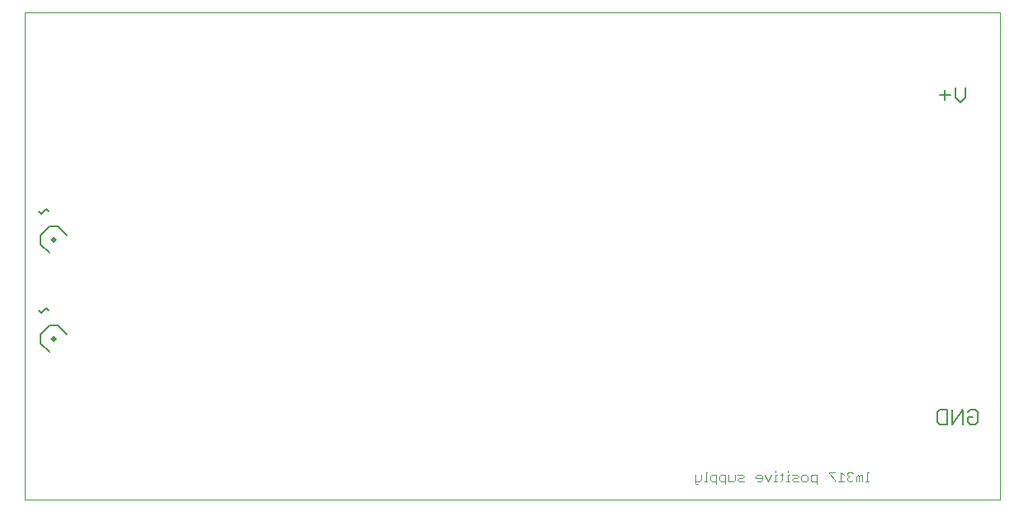
<source format=gbo>
G75*
%MOIN*%
%OFA0B0*%
%FSLAX25Y25*%
%IPPOS*%
%LPD*%
%AMOC8*
5,1,8,0,0,1.08239X$1,22.5*
%
%ADD10C,0.00300*%
%ADD11C,0.00500*%
%ADD12C,0.00000*%
%ADD13C,0.00800*%
%ADD14R,0.02000X0.02000*%
D10*
X0275720Y0015035D02*
X0276337Y0014418D01*
X0276955Y0014418D01*
X0277572Y0015652D02*
X0275720Y0015652D01*
X0275720Y0015035D02*
X0275720Y0018121D01*
X0278189Y0018121D02*
X0278189Y0016269D01*
X0277572Y0015652D01*
X0279410Y0015652D02*
X0280644Y0015652D01*
X0280027Y0015652D02*
X0280027Y0019355D01*
X0280644Y0019355D01*
X0282476Y0018121D02*
X0281859Y0017504D01*
X0281859Y0016269D01*
X0282476Y0015652D01*
X0284328Y0015652D01*
X0284328Y0014418D02*
X0284328Y0018121D01*
X0282476Y0018121D01*
X0285542Y0017504D02*
X0285542Y0016269D01*
X0286159Y0015652D01*
X0288011Y0015652D01*
X0289225Y0015652D02*
X0289225Y0018121D01*
X0288011Y0018121D02*
X0286159Y0018121D01*
X0285542Y0017504D01*
X0288011Y0018121D02*
X0288011Y0014418D01*
X0289225Y0015652D02*
X0291077Y0015652D01*
X0291694Y0016269D01*
X0291694Y0018121D01*
X0292908Y0018121D02*
X0294760Y0018121D01*
X0295377Y0017504D01*
X0294760Y0016886D01*
X0293525Y0016886D01*
X0292908Y0016269D01*
X0293525Y0015652D01*
X0295377Y0015652D01*
X0300275Y0016886D02*
X0300275Y0017504D01*
X0300892Y0018121D01*
X0302126Y0018121D01*
X0302743Y0017504D01*
X0302743Y0016269D01*
X0302126Y0015652D01*
X0300892Y0015652D01*
X0300275Y0016886D02*
X0302743Y0016886D01*
X0303958Y0018121D02*
X0305192Y0015652D01*
X0306426Y0018121D01*
X0308265Y0018121D02*
X0308265Y0015652D01*
X0308882Y0015652D02*
X0307647Y0015652D01*
X0310103Y0015652D02*
X0310720Y0016269D01*
X0310720Y0018738D01*
X0311337Y0018121D02*
X0310103Y0018121D01*
X0308882Y0018121D02*
X0308265Y0018121D01*
X0308265Y0019355D02*
X0308265Y0019972D01*
X0313176Y0019972D02*
X0313176Y0019355D01*
X0313176Y0018121D02*
X0313176Y0015652D01*
X0313793Y0015652D02*
X0312558Y0015652D01*
X0315007Y0016269D02*
X0315624Y0016886D01*
X0316859Y0016886D01*
X0317476Y0017504D01*
X0316859Y0018121D01*
X0315007Y0018121D01*
X0313793Y0018121D02*
X0313176Y0018121D01*
X0315007Y0016269D02*
X0315624Y0015652D01*
X0317476Y0015652D01*
X0318690Y0016269D02*
X0318690Y0017504D01*
X0319307Y0018121D01*
X0320542Y0018121D01*
X0321159Y0017504D01*
X0321159Y0016269D01*
X0320542Y0015652D01*
X0319307Y0015652D01*
X0318690Y0016269D01*
X0322373Y0016269D02*
X0322373Y0017504D01*
X0322991Y0018121D01*
X0324842Y0018121D01*
X0324842Y0014418D01*
X0324842Y0015652D02*
X0322991Y0015652D01*
X0322373Y0016269D01*
X0329740Y0018738D02*
X0329740Y0019355D01*
X0332208Y0019355D01*
X0334657Y0019355D02*
X0335892Y0018121D01*
X0337106Y0018121D02*
X0337723Y0017504D01*
X0337106Y0016886D01*
X0337106Y0016269D01*
X0337723Y0015652D01*
X0338958Y0015652D01*
X0339575Y0016269D01*
X0340789Y0015652D02*
X0340789Y0017504D01*
X0341406Y0018121D01*
X0342023Y0017504D01*
X0342023Y0015652D01*
X0343258Y0015652D02*
X0343258Y0018121D01*
X0342641Y0018121D01*
X0342023Y0017504D01*
X0339575Y0018738D02*
X0338958Y0019355D01*
X0337723Y0019355D01*
X0337106Y0018738D01*
X0337106Y0018121D01*
X0337723Y0017504D02*
X0338340Y0017504D01*
X0335892Y0015652D02*
X0333423Y0015652D01*
X0332208Y0015652D02*
X0332208Y0016269D01*
X0329740Y0018738D01*
X0334657Y0019355D02*
X0334657Y0015652D01*
X0344479Y0015652D02*
X0345713Y0015652D01*
X0345096Y0015652D02*
X0345096Y0019355D01*
X0345713Y0019355D01*
D11*
X0373562Y0039407D02*
X0373562Y0043477D01*
X0374580Y0044495D01*
X0377632Y0044495D01*
X0377632Y0038390D01*
X0374580Y0038390D01*
X0373562Y0039407D01*
X0379639Y0038390D02*
X0379639Y0044495D01*
X0383709Y0044495D02*
X0379639Y0038390D01*
X0383709Y0038390D02*
X0383709Y0044495D01*
X0385716Y0043477D02*
X0386734Y0044495D01*
X0388769Y0044495D01*
X0389787Y0043477D01*
X0389787Y0039407D01*
X0388769Y0038390D01*
X0386734Y0038390D01*
X0385716Y0039407D01*
X0385716Y0041442D01*
X0387751Y0041442D01*
X0382751Y0168390D02*
X0380716Y0170425D01*
X0380716Y0174495D01*
X0378709Y0171442D02*
X0374639Y0171442D01*
X0376674Y0173477D02*
X0376674Y0169407D01*
X0382751Y0168390D02*
X0384787Y0170425D01*
X0384787Y0174495D01*
X0014787Y0124495D02*
X0013769Y0125513D01*
X0011734Y0123477D01*
X0010716Y0124495D01*
X0013769Y0085513D02*
X0011734Y0083477D01*
X0010716Y0084495D01*
X0013769Y0085513D02*
X0014787Y0084495D01*
D12*
X0005037Y0008140D02*
X0005037Y0204990D01*
X0398737Y0204990D01*
X0398737Y0008140D01*
X0005037Y0008140D01*
D13*
X0015080Y0067836D02*
X0011544Y0071372D01*
X0011544Y0074908D01*
X0015080Y0078443D01*
X0018615Y0078443D01*
X0022151Y0074908D01*
X0015080Y0107836D02*
X0011544Y0111372D01*
X0011544Y0114908D01*
X0015080Y0118443D01*
X0018615Y0118443D01*
X0022151Y0114908D01*
D14*
G36*
X0018262Y0113140D02*
X0016848Y0111726D01*
X0015434Y0113140D01*
X0016848Y0114554D01*
X0018262Y0113140D01*
G37*
G36*
X0018262Y0073140D02*
X0016848Y0071726D01*
X0015434Y0073140D01*
X0016848Y0074554D01*
X0018262Y0073140D01*
G37*
M02*

</source>
